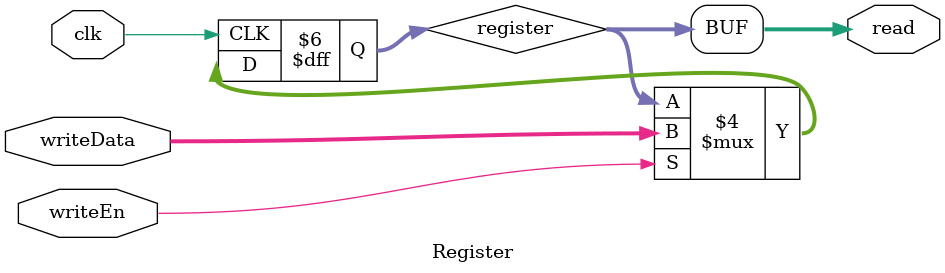
<source format=sv>
module Register #(parameter BITS = 64) (clk, writeData, writeEn, read);
    input wire [0:BITS-1] writeData;
    input wire writeEn, clk;
    output reg [0:BITS-1] read;
    
    reg [0:BITS-1] register;
    
    always_comb begin
        read = register;
    end
    
    always @(negedge clk) begin
        if (writeEn) begin
            register <= writeData;
        end
    end

    initial
        register = 0;


endmodule
</source>
